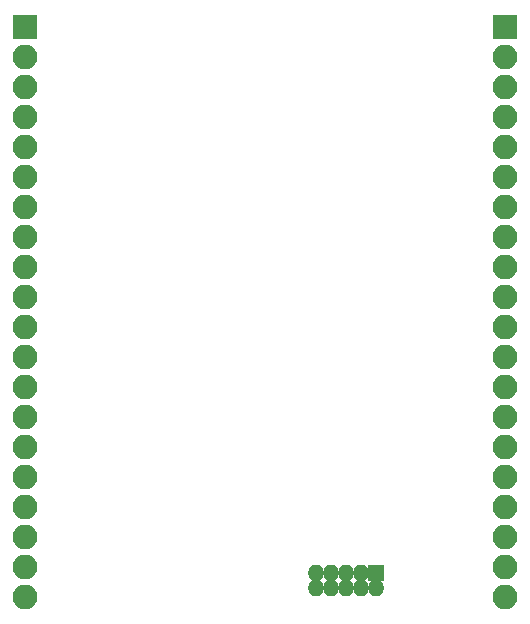
<source format=gbr>
G04 #@! TF.FileFunction,Soldermask,Bot*
%FSLAX46Y46*%
G04 Gerber Fmt 4.6, Leading zero omitted, Abs format (unit mm)*
G04 Created by KiCad (PCBNEW 4.0.7) date 01/19/19 15:04:45*
%MOMM*%
%LPD*%
G01*
G04 APERTURE LIST*
%ADD10C,0.100000*%
%ADD11R,2.100000X2.100000*%
%ADD12O,2.100000X2.100000*%
%ADD13R,1.400000X1.400000*%
%ADD14O,1.400000X1.400000*%
G04 APERTURE END LIST*
D10*
D11*
X128680000Y-56000000D03*
D12*
X128680000Y-58540000D03*
X128680000Y-61080000D03*
X128680000Y-63620000D03*
X128680000Y-66160000D03*
X128680000Y-68700000D03*
X128680000Y-71240000D03*
X128680000Y-73780000D03*
X128680000Y-76320000D03*
X128680000Y-78860000D03*
X128680000Y-81400000D03*
X128680000Y-83940000D03*
X128680000Y-86480000D03*
X128680000Y-89020000D03*
X128680000Y-91560000D03*
X128680000Y-94100000D03*
X128680000Y-96640000D03*
X128680000Y-99180000D03*
X128680000Y-101720000D03*
X128680000Y-104260000D03*
D11*
X169320000Y-56000000D03*
D12*
X169320000Y-58540000D03*
X169320000Y-61080000D03*
X169320000Y-63620000D03*
X169320000Y-66160000D03*
X169320000Y-68700000D03*
X169320000Y-71240000D03*
X169320000Y-73780000D03*
X169320000Y-76320000D03*
X169320000Y-78860000D03*
X169320000Y-81400000D03*
X169320000Y-83940000D03*
X169320000Y-86480000D03*
X169320000Y-89020000D03*
X169320000Y-91560000D03*
X169320000Y-94100000D03*
X169320000Y-96640000D03*
X169320000Y-99180000D03*
X169320000Y-101720000D03*
X169320000Y-104260000D03*
D13*
X158353760Y-102229920D03*
D14*
X158353760Y-103499920D03*
X157083760Y-102229920D03*
X157083760Y-103499920D03*
X155813760Y-102229920D03*
X155813760Y-103499920D03*
X154543760Y-102229920D03*
X154543760Y-103499920D03*
X153273760Y-102229920D03*
X153273760Y-103499920D03*
M02*

</source>
